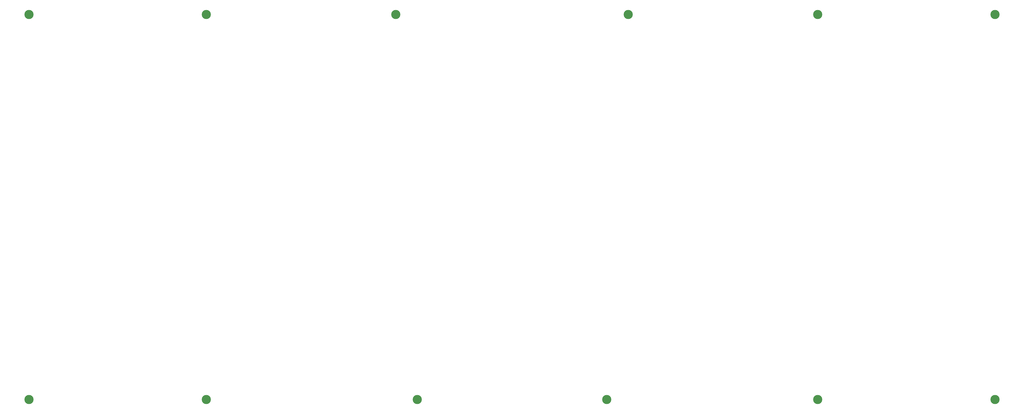
<source format=gbr>
%TF.GenerationSoftware,KiCad,Pcbnew,(6.0.5)*%
%TF.CreationDate,2022-05-23T11:10:01-03:00*%
%TF.ProjectId,frog_tkl_fullplate,66726f67-5f74-46b6-9c5f-66756c6c706c,rev?*%
%TF.SameCoordinates,Original*%
%TF.FileFunction,Soldermask,Bot*%
%TF.FilePolarity,Negative*%
%FSLAX46Y46*%
G04 Gerber Fmt 4.6, Leading zero omitted, Abs format (unit mm)*
G04 Created by KiCad (PCBNEW (6.0.5)) date 2022-05-23 11:10:01*
%MOMM*%
%LPD*%
G01*
G04 APERTURE LIST*
%ADD10C,3.000000*%
G04 APERTURE END LIST*
D10*
%TO.C,REF\u002A\u002A*%
X112690624Y-69759538D03*
%TD*%
%TO.C,REF\u002A\u002A*%
X174690624Y-69759538D03*
%TD*%
%TO.C,REF\u002A\u002A*%
X54690624Y-69759538D03*
%TD*%
%TO.C,REF\u002A\u002A*%
X112690624Y-195759538D03*
%TD*%
%TO.C,REF\u002A\u002A*%
X312690624Y-69759538D03*
%TD*%
%TO.C,REF\u002A\u002A*%
X312690624Y-195759538D03*
%TD*%
%TO.C,REF\u002A\u002A*%
X54690624Y-195759538D03*
%TD*%
%TO.C,REF\u002A\u002A*%
X370690624Y-69759538D03*
%TD*%
%TO.C,REF\u002A\u002A*%
X181690624Y-195759538D03*
%TD*%
%TO.C,REF\u002A\u002A*%
X243690624Y-195759538D03*
%TD*%
%TO.C,REF\u002A\u002A*%
X370690624Y-195759538D03*
%TD*%
%TO.C,REF\u002A\u002A*%
X250690624Y-69759538D03*
%TD*%
M02*

</source>
